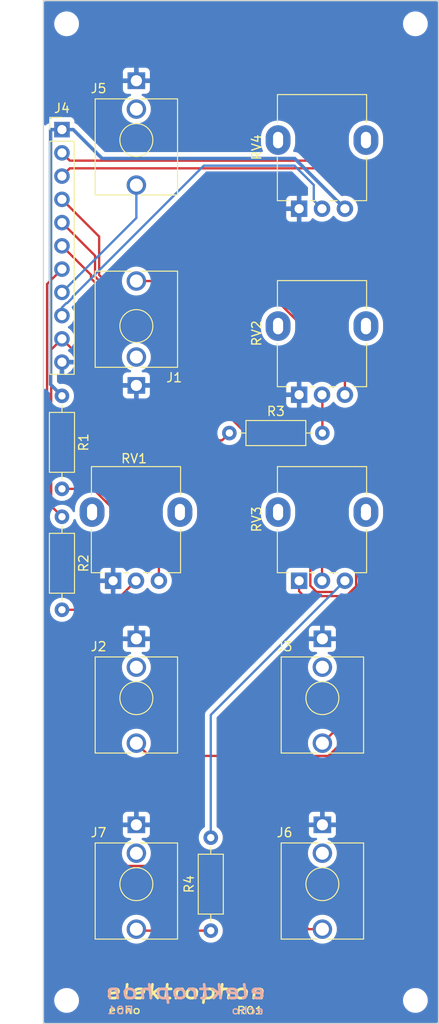
<source format=kicad_pcb>
(kicad_pcb (version 20221018) (generator pcbnew)
  (title_block (title "Noise") (date "2019-10-20") (rev "01") (comment 1 "Original design by Yves Usson") (comment 2 "PCB for main circuit") (comment 4 "License CC BY 4.0 - Attribution 4.0 International"))
  (layers (0 "F.Cu" signal) (31 "B.Cu" signal) (34 "B.Paste" user) (35 "F.Paste" user) (36 "B.SilkS" user "B.Silkscreen") (37 "F.SilkS" user "F.Silkscreen") (38 "B.Mask" user) (39 "F.Mask" user) (44 "Edge.Cuts" user))
  (net 0 "")
  (net 1 "GND")
  (net 2 "+15V")
  (net 3 "Net-(R1-Pad2)")
  (net 4 "Net-(J1-PadT)")
  (net 5 "/CV")
  (net 6 "/IN1")
  (net 7 "/IN2")
  (net 8 "/RECIRC_ATTEN")
  (net 9 "/RECIRC_CV")
  (net 10 "/MIXED_OUT")
  (net 11 "/MIX_3")
  (net 12 "/MIX_2")
  (net 13 "/MIX_1")
  (net 14 "Net-(J7-PadT)")
  (net 15 "Net-(R2-Pad2)")
  (net 16 "Net-(R3-Pad2)")
  (footprint "Resistor_THT:R_Axial_DIN0207_L6.3mm_D2.5mm_P10.16mm_Horizontal" (layer "F.Cu") (at 52.832 93.98 -90)
    (fp_text reference "R1" (at 5.08 -2.37 90) (layer "F.SilkS"))
    (fp_text value "360")
    (fp_line (start 1.04 0) (end 1.81 0) (stroke (width 0.12)) (layer "F.SilkS"))
    (fp_line (start 1.81 -1.37) (end 1.81 1.37) (stroke (width 0.12)) (layer "F.SilkS"))
    (fp_line (start 1.81 1.37) (end 8.35 1.37) (stroke (width 0.12)) (layer "F.SilkS"))
    (fp_line (start 8.35 -1.37) (end 1.81 -1.37) (stroke (width 0.12)) (layer "F.SilkS"))
    (fp_line (start 8.35 1.37) (end 8.35 -1.37) (stroke (width 0.12)) (layer "F.SilkS"))
    (fp_line (start 9.12 0) (end 8.35 0) (stroke (width 0.12)) (layer "F.SilkS"))
    (pad "1" thru_hole circle (at 0 0 270) (size 1.6 1.6) (drill 0.8) (layers "*.Cu" "*.Mask") (net 2 "+15V"))
    (pad "2" thru_hole oval (at 10.16 0 270) (size 1.6 1.6) (drill 0.8) (layers "*.Cu" "*.Mask") (net 3 "Net-(R1-Pad2)"))
  )
  (footprint "Resistor_THT:R_Axial_DIN0207_L6.3mm_D2.5mm_P10.16mm_Horizontal" (layer "F.Cu") (at 52.832 107.188 -90)
    (fp_text reference "R2" (at 5.08 -2.37 90) (layer "F.SilkS"))
    (fp_text value "300k")
    (fp_line (start 1.04 0) (end 1.81 0) (stroke (width 0.12)) (layer "F.SilkS"))
    (fp_line (start 1.81 -1.37) (end 1.81 1.37) (stroke (width 0.12)) (layer "F.SilkS"))
    (fp_line (start 1.81 1.37) (end 8.35 1.37) (stroke (width 0.12)) (layer "F.SilkS"))
    (fp_line (start 8.35 -1.37) (end 1.81 -1.37) (stroke (width 0.12)) (layer "F.SilkS"))
    (fp_line (start 8.35 1.37) (end 8.35 -1.37) (stroke (width 0.12)) (layer "F.SilkS"))
    (fp_line (start 9.12 0) (end 8.35 0) (stroke (width 0.12)) (layer "F.SilkS"))
    (pad "1" thru_hole circle (at 0 0 270) (size 1.6 1.6) (drill 0.8) (layers "*.Cu" "*.Mask") (net 5 "/CV"))
    (pad "2" thru_hole oval (at 10.16 0 270) (size 1.6 1.6) (drill 0.8) (layers "*.Cu" "*.Mask") (net 15 "Net-(R2-Pad2)"))
  )
  (footprint "Resistor_THT:R_Axial_DIN0207_L6.3mm_D2.5mm_P10.16mm_Horizontal" (layer "F.Cu") (at 71.12 98.044)
    (fp_text reference "R3" (at 5.08 -2.37) (layer "F.SilkS"))
    (fp_text value "100k")
    (fp_line (start 1.04 0) (end 1.81 0) (stroke (width 0.12)) (layer "F.SilkS"))
    (fp_line (start 1.81 -1.37) (end 1.81 1.37) (stroke (width 0.12)) (layer "F.SilkS"))
    (fp_line (start 1.81 1.37) (end 8.35 1.37) (stroke (width 0.12)) (layer "F.SilkS"))
    (fp_line (start 8.35 -1.37) (end 1.81 -1.37) (stroke (width 0.12)) (layer "F.SilkS"))
    (fp_line (start 8.35 1.37) (end 8.35 -1.37) (stroke (width 0.12)) (layer "F.SilkS"))
    (fp_line (start 9.12 0) (end 8.35 0) (stroke (width 0.12)) (layer "F.SilkS"))
    (pad "1" thru_hole circle (at 0 0) (size 1.6 1.6) (drill 0.8) (layers "*.Cu" "*.Mask") (net 5 "/CV"))
    (pad "2" thru_hole oval (at 10.16 0) (size 1.6 1.6) (drill 0.8) (layers "*.Cu" "*.Mask") (net 16 "Net-(R3-Pad2)"))
  )
  (footprint "elektrophon:Potentiometer_Alpha_RD901F-40-00D_Single_Vertical" (layer "F.Cu") (at 60.96 106.68 90)
    (fp_text reference "RV1" (at 5.842 -0.254) (layer "F.SilkS"))
    (fp_text value "100k")
    (fp_line (start -6.62 -4.92) (end -1.9 -4.92) (stroke (width 0.12)) (layer "F.SilkS"))
    (fp_line (start -6.62 -3.73) (end -6.62 -4.91) (stroke (width 0.12)) (layer "F.SilkS"))
    (fp_line (start -6.62 -0.83) (end -6.62 -1.36) (stroke (width 0.12)) (layer "F.SilkS"))
    (fp_line (start -6.62 1.62) (end -6.62 0.79) (stroke (width 0.12)) (layer "F.SilkS"))
    (fp_line (start -6.62 4.83) (end -6.62 3.34) (stroke (width 0.12)) (layer "F.SilkS"))
    (fp_line (start -6.62 4.83) (end -1.9 4.83) (stroke (width 0.12)) (layer "F.SilkS"))
    (fp_line (start 1.91 -4.91) (end 4.97 -4.91) (stroke (width 0.12)) (layer "F.SilkS"))
    (fp_line (start 1.91 4.83) (end 4.97 4.83) (stroke (width 0.12)) (layer "F.SilkS"))
    (fp_line (start 4.97 4.83) (end 4.97 -4.91) (stroke (width 0.12)) (layer "F.SilkS"))
    (pad "" thru_hole oval (at 0 -4.84 180) (size 2.72 3.24) (drill oval 1.1 1.8) (layers "*.Cu" "*.Mask"))
    (pad "" thru_hole oval (at 0 4.76 180) (size 2.72 3.24) (drill oval 1.1 1.8) (layers "*.Cu" "*.Mask"))
    (pad "1" thru_hole rect (at -7.5 -2.54 180) (size 1.8 1.8) (drill 1) (layers "*.Cu" "*.Mask") (net 1 "GND"))
    (pad "2" thru_hole circle (at -7.5 -0.04 180) (size 1.8 1.8) (drill 1) (layers "*.Cu" "*.Mask") (net 15 "Net-(R2-Pad2)"))
    (pad "3" thru_hole circle (at -7.5 2.46 180) (size 1.8 1.8) (drill 1) (layers "*.Cu" "*.Mask") (net 3 "Net-(R1-Pad2)"))
  )
  (footprint "elektrophon:Potentiometer_Alpha_RD901F-40-00D_Single_Vertical" (layer "F.Cu") (at 81.28 86.36 90)
    (fp_text reference "RV2" (at -0.79 -7.18 270) (layer "F.SilkS"))
    (fp_text value "10k")
    (fp_line (start -6.62 -4.92) (end -1.9 -4.92) (stroke (width 0.12)) (layer "F.SilkS"))
    (fp_line (start -6.62 -3.73) (end -6.62 -4.91) (stroke (width 0.12)) (layer "F.SilkS"))
    (fp_line (start -6.62 -0.83) (end -6.62 -1.36) (stroke (width 0.12)) (layer "F.SilkS"))
    (fp_line (start -6.62 1.62) (end -6.62 0.79) (stroke (width 0.12)) (layer "F.SilkS"))
    (fp_line (start -6.62 4.83) (end -6.62 3.34) (stroke (width 0.12)) (layer "F.SilkS"))
    (fp_line (start -6.62 4.83) (end -1.9 4.83) (stroke (width 0.12)) (layer "F.SilkS"))
    (fp_line (start 1.91 -4.91) (end 4.97 -4.91) (stroke (width 0.12)) (layer "F.SilkS"))
    (fp_line (start 1.91 4.83) (end 4.97 4.83) (stroke (width 0.12)) (layer "F.SilkS"))
    (fp_line (start 4.97 4.83) (end 4.97 -4.91) (stroke (width 0.12)) (layer "F.SilkS"))
    (pad "" thru_hole oval (at 0 -4.84 180) (size 2.72 3.24) (drill oval 1.1 1.8) (layers "*.Cu" "*.Mask"))
    (pad "" thru_hole oval (at 0 4.76 180) (size 2.72 3.24) (drill oval 1.1 1.8) (layers "*.Cu" "*.Mask"))
    (pad "1" thru_hole rect (at -7.5 -2.54 180) (size 1.8 1.8) (drill 1) (layers "*.Cu" "*.Mask") (net 1 "GND"))
    (pad "2" thru_hole circle (at -7.5 -0.04 180) (size 1.8 1.8) (drill 1) (layers "*.Cu" "*.Mask") (net 16 "Net-(R3-Pad2)"))
    (pad "3" thru_hole circle (at -7.5 2.46 180) (size 1.8 1.8) (drill 1) (layers "*.Cu" "*.Mask") (net 4 "Net-(J1-PadT)"))
  )
  (footprint "elektrophon:Potentiometer_Alpha_RD901F-40-00D_Single_Vertical" (layer "F.Cu") (at 81.28 106.68 90)
    (fp_text reference "RV3" (at -0.79 -7.18 270) (layer "F.SilkS"))
    (fp_text value "10k LIN")
    (fp_line (start -6.62 -4.92) (end -1.9 -4.92) (stroke (width 0.12)) (layer "F.SilkS"))
    (fp_line (start -6.62 -3.73) (end -6.62 -4.91) (stroke (width 0.12)) (layer "F.SilkS"))
    (fp_line (start -6.62 -0.83) (end -6.62 -1.36) (stroke (width 0.12)) (layer "F.SilkS"))
    (fp_line (start -6.62 1.62) (end -6.62 0.79) (stroke (width 0.12)) (layer "F.SilkS"))
    (fp_line (start -6.62 4.83) (end -6.62 3.34) (stroke (width 0.12)) (layer "F.SilkS"))
    (fp_line (start -6.62 4.83) (end -1.9 4.83) (stroke (width 0.12)) (layer "F.SilkS"))
    (fp_line (start 1.91 -4.91) (end 4.97 -4.91) (stroke (width 0.12)) (layer "F.SilkS"))
    (fp_line (start 1.91 4.83) (end 4.97 4.83) (stroke (width 0.12)) (layer "F.SilkS"))
    (fp_line (start 4.97 4.83) (end 4.97 -4.91) (stroke (width 0.12)) (layer "F.SilkS"))
    (pad "" thru_hole oval (at 0 -4.84 180) (size 2.72 3.24) (drill oval 1.1 1.8) (layers "*.Cu" "*.Mask"))
    (pad "" thru_hole oval (at 0 4.76 180) (size 2.72 3.24) (drill oval 1.1 1.8) (layers "*.Cu" "*.Mask"))
    (pad "1" thru_hole rect (at -7.5 -2.54 180) (size 1.8 1.8) (drill 1) (layers "*.Cu" "*.Mask") (net 13 "/MIX_1"))
    (pad "2" thru_hole circle (at -7.5 -0.04 180) (size 1.8 1.8) (drill 1) (layers "*.Cu" "*.Mask") (net 12 "/MIX_2"))
    (pad "3" thru_hole circle (at -7.5 2.46 180) (size 1.8 1.8) (drill 1) (layers "*.Cu" "*.Mask") (net 11 "/MIX_3"))
  )
  (footprint "elektrophon:Potentiometer_Alpha_RD901F-40-00D_Single_Vertical" (layer "F.Cu") (at 81.28 66.04 90)
    (fp_text reference "RV4" (at -0.79 -7.18 270) (layer "F.SilkS"))
    (fp_text value "10k")
    (fp_line (start -6.62 -4.92) (end -1.9 -4.92) (stroke (width 0.12)) (layer "F.SilkS"))
    (fp_line (start -6.62 -3.73) (end -6.62 -4.91) (stroke (width 0.12)) (layer "F.SilkS"))
    (fp_line (start -6.62 -0.83) (end -6.62 -1.36) (stroke (width 0.12)) (layer "F.SilkS"))
    (fp_line (start -6.62 1.62) (end -6.62 0.79) (stroke (width 0.12)) (layer "F.SilkS"))
    (fp_line (start -6.62 4.83) (end -6.62 3.34) (stroke (width 0.12)) (layer "F.SilkS"))
    (fp_line (start -6.62 4.83) (end -1.9 4.83) (stroke (width 0.12)) (layer "F.SilkS"))
    (fp_line (start 1.91 -4.91) (end 4.97 -4.91) (stroke (width 0.12)) (layer "F.SilkS"))
    (fp_line (start 1.91 4.83) (end 4.97 4.83) (stroke (width 0.12)) (layer "F.SilkS"))
    (fp_line (start 4.97 4.83) (end 4.97 -4.91) (stroke (width 0.12)) (layer "F.SilkS"))
    (pad "" thru_hole oval (at 0 -4.84 180) (size 2.72 3.24) (drill oval 1.1 1.8) (layers "*.Cu" "*.Mask"))
    (pad "" thru_hole oval (at 0 4.76 180) (size 2.72 3.24) (drill oval 1.1 1.8) (layers "*.Cu" "*.Mask"))
    (pad "1" thru_hole rect (at -7.5 -2.54 180) (size 1.8 1.8) (drill 1) (layers "*.Cu" "*.Mask") (net 1 "GND"))
    (pad "2" thru_hole circle (at -7.5 -0.04 180) (size 1.8 1.8) (drill 1) (layers "*.Cu" "*.Mask") (net 8 "/RECIRC_ATTEN"))
    (pad "3" thru_hole circle (at -7.5 2.46 180) (size 1.8 1.8) (drill 1) (layers "*.Cu" "*.Mask") (net 2 "+15V"))
  )
  (footprint "elektrophon:Jack_3.5mm_WQP-PJ398SM_Vertical" (layer "F.Cu") (at 60.96 127)
    (fp_text reference "J2" (at -4.13 -5.63) (layer "F.SilkS"))
    (fp_text value "IN")
    (fp_line (start -4.5 -4.5) (end -4.5 6) (stroke (width 0.12)) (layer "F.SilkS"))
    (fp_line (start -0.5 6) (end -4.5 6) (stroke (width 0.12)) (layer "F.SilkS"))
    (fp_line (start -0.4 -4.5) (end -4.5 -4.5) (stroke (width 0.12)) (layer "F.SilkS"))
    (fp_line (start 4.5 -4.5) (end 0.4 -4.5) (stroke (width 0.12)) (layer "F.SilkS"))
    (fp_line (start 4.5 -4.5) (end 4.5 6) (stroke (width 0.12)) (layer "F.SilkS"))
    (fp_line (start 4.5 6) (end 0.5 6) (stroke (width 0.12)) (layer "F.SilkS"))
    (fp_circle (center 0 0) (end 1.8 0) (stroke (width 0.12)) (fill none) (layer "F.SilkS"))
    (pad "S" thru_hole rect (at 0 -6.48 180) (size 1.93 1.83) (drill 1.22) (layers "*.Cu" "*.Mask") (net 1 "GND"))
    (pad "T" thru_hole circle (at 0 4.92 180) (size 2.13 2.13) (drill 1.43) (layers "*.Cu" "*.Mask") (net 6 "/IN1"))
    (pad "TN" thru_hole circle (at 0 -3.38 180) (size 2.13 2.13) (drill 1.42) (layers "*.Cu" "*.Mask"))
  )
  (footprint "elektrophon:Jack_3.5mm_WQP-PJ398SM_Vertical" (layer "F.Cu") (at 81.28 127)
    (fp_text reference "J3" (at -4.13 -5.63) (layer "F.SilkS"))
    (fp_text value "IN")
    (fp_line (start -4.5 -4.5) (end -4.5 6) (stroke (width 0.12)) (layer "F.SilkS"))
    (fp_line (start -0.5 6) (end -4.5 6) (stroke (width 0.12)) (layer "F.SilkS"))
    (fp_line (start -0.4 -4.5) (end -4.5 -4.5) (stroke (width 0.12)) (layer "F.SilkS"))
    (fp_line (start 4.5 -4.5) (end 0.4 -4.5) (stroke (width 0.12)) (layer "F.SilkS"))
    (fp_line (start 4.5 -4.5) (end 4.5 6) (stroke (width 0.12)) (layer "F.SilkS"))
    (fp_line (start 4.5 6) (end 0.5 6) (stroke (width 0.12)) (layer "F.SilkS"))
    (fp_circle (center 0 0) (end 1.8 0) (stroke (width 0.12)) (fill none) (layer "F.SilkS"))
    (pad "S" thru_hole rect (at 0 -6.48 180) (size 1.93 1.83) (drill 1.22) (layers "*.Cu" "*.Mask") (net 1 "GND"))
    (pad "T" thru_hole circle (at 0 4.92 180) (size 2.13 2.13) (drill 1.43) (layers "*.Cu" "*.Mask") (net 7 "/IN2"))
    (pad "TN" thru_hole circle (at 0 -3.38 180) (size 2.13 2.13) (drill 1.42) (layers "*.Cu" "*.Mask"))
  )
  (footprint "elektrophon:Jack_3.5mm_WQP-PJ398SM_Vertical" (layer "F.Cu") (at 60.96 86.36 180)
    (fp_text reference "J1" (at -4.13 -5.63 180) (layer "F.SilkS"))
    (fp_text value "CV")
    (fp_line (start -4.5 -4.5) (end -4.5 6) (stroke (width 0.12)) (layer "F.SilkS"))
    (fp_line (start -0.5 6) (end -4.5 6) (stroke (width 0.12)) (layer "F.SilkS"))
    (fp_line (start -0.4 -4.5) (end -4.5 -4.5) (stroke (width 0.12)) (layer "F.SilkS"))
    (fp_line (start 4.5 -4.5) (end 0.4 -4.5) (stroke (width 0.12)) (layer "F.SilkS"))
    (fp_line (start 4.5 -4.5) (end 4.5 6) (stroke (width 0.12)) (layer "F.SilkS"))
    (fp_line (start 4.5 6) (end 0.5 6) (stroke (width 0.12)) (layer "F.SilkS"))
    (fp_circle (center 0 0) (end 1.8 0) (stroke (width 0.12)) (fill none) (layer "F.SilkS"))
    (pad "S" thru_hole rect (at 0 -6.48) (size 1.93 1.83) (drill 1.22) (layers "*.Cu" "*.Mask") (net 1 "GND"))
    (pad "T" thru_hole circle (at 0 4.92) (size 2.13 2.13) (drill 1.43) (layers "*.Cu" "*.Mask") (net 4 "Net-(J1-PadT)"))
    (pad "TN" thru_hole circle (at 0 -3.38) (size 2.13 2.13) (drill 1.42) (layers "*.Cu" "*.Mask"))
  )
  (footprint "elektrophon:Jack_3.5mm_WQP-PJ398SM_Vertical" (layer "F.Cu") (at 60.96 66.04)
    (fp_text reference "J5" (at -4.13 -5.63) (layer "F.SilkS"))
    (fp_text value "RECIRC")
    (fp_line (start -4.5 -4.5) (end -4.5 6) (stroke (width 0.12)) (layer "F.SilkS"))
    (fp_line (start -0.5 6) (end -4.5 6) (stroke (width 0.12)) (layer "F.SilkS"))
    (fp_line (start -0.4 -4.5) (end -4.5 -4.5) (stroke (width 0.12)) (layer "F.SilkS"))
    (fp_line (start 4.5 -4.5) (end 0.4 -4.5) (stroke (width 0.12)) (layer "F.SilkS"))
    (fp_line (start 4.5 -4.5) (end 4.5 6) (stroke (width 0.12)) (layer "F.SilkS"))
    (fp_line (start 4.5 6) (end 0.5 6) (stroke (width 0.12)) (layer "F.SilkS"))
    (fp_circle (center 0 0) (end 1.8 0) (stroke (width 0.12)) (fill none) (layer "F.SilkS"))
    (pad "S" thru_hole rect (at 0 -6.48 180) (size 1.93 1.83) (drill 1.22) (layers "*.Cu" "*.Mask") (net 1 "GND"))
    (pad "T" thru_hole circle (at 0 4.92 180) (size 2.13 2.13) (drill 1.43) (layers "*.Cu" "*.Mask") (net 9 "/RECIRC_CV"))
    (pad "TN" thru_hole circle (at 0 -3.38 180) (size 2.13 2.13) (drill 1.42) (layers "*.Cu" "*.Mask"))
  )
  (footprint "elektrophon:Jack_3.5mm_WQP-PJ398SM_Vertical" (layer "F.Cu") (at 81.28 147.32)
    (fp_text reference "J6" (at -4.13 -5.63) (layer "F.SilkS"))
    (fp_text value "Mixed OUT")
    (fp_line (start -4.5 -4.5) (end -4.5 6) (stroke (width 0.12)) (layer "F.SilkS"))
    (fp_line (start -0.5 6) (end -4.5 6) (stroke (width 0.12)) (layer "F.SilkS"))
    (fp_line (start -0.4 -4.5) (end -4.5 -4.5) (stroke (width 0.12)) (layer "F.SilkS"))
    (fp_line (start 4.5 -4.5) (end 0.4 -4.5) (stroke (width 0.12)) (layer "F.SilkS"))
    (fp_line (start 4.5 -4.5) (end 4.5 6) (stroke (width 0.12)) (layer "F.SilkS"))
    (fp_line (start 4.5 6) (end 0.5 6) (stroke (width 0.12)) (layer "F.SilkS"))
    (fp_circle (center 0 0) (end 1.8 0) (stroke (width 0.12)) (fill none) (layer "F.SilkS"))
    (pad "S" thru_hole rect (at 0 -6.48 180) (size 1.93 1.83) (drill 1.22) (layers "*.Cu" "*.Mask") (net 1 "GND"))
    (pad "T" thru_hole circle (at 0 4.92 180) (size 2.13 2.13) (drill 1.43) (layers "*.Cu" "*.Mask") (net 10 "/MIXED_OUT"))
    (pad "TN" thru_hole circle (at 0 -3.38 180) (size 2.13 2.13) (drill 1.42) (layers "*.Cu" "*.Mask"))
  )
  (footprint "elektrophon:Jack_3.5mm_WQP-PJ398SM_Vertical" (layer "F.Cu") (at 60.96 147.32)
    (fp_text reference "J7" (at -4.13 -5.63) (layer "F.SilkS"))
    (fp_text value "delayed OUT")
    (fp_line (start -4.5 -4.5) (end -4.5 6) (stroke (width 0.12)) (layer "F.SilkS"))
    (fp_line (start -0.5 6) (end -4.5 6) (stroke (width 0.12)) (layer "F.SilkS"))
    (fp_line (start -0.4 -4.5) (end -4.5 -4.5) (stroke (width 0.12)) (layer "F.SilkS"))
    (fp_line (start 4.5 -4.5) (end 0.4 -4.5) (stroke (width 0.12)) (layer "F.SilkS"))
    (fp_line (start 4.5 -4.5) (end 4.5 6) (stroke (width 0.12)) (layer "F.SilkS"))
    (fp_line (start 4.5 6) (end 0.5 6) (stroke (width 0.12)) (layer "F.SilkS"))
    (fp_circle (center 0 0) (end 1.8 0) (stroke (width 0.12)) (fill none) (layer "F.SilkS"))
    (pad "S" thru_hole rect (at 0 -6.48 180) (size 1.93 1.83) (drill 1.22) (layers "*.Cu" "*.Mask") (net 1 "GND"))
    (pad "T" thru_hole circle (at 0 4.92 180) (size 2.13 2.13) (drill 1.43) (layers "*.Cu" "*.Mask") (net 14 "Net-(J7-PadT)"))
    (pad "TN" thru_hole circle (at 0 -3.38 180) (size 2.13 2.13) (drill 1.42) (layers "*.Cu" "*.Mask"))
  )
  (footprint "MountingHole:MountingHole_2.2mm_M2" (layer "F.Cu") (at 53.34 53.34)
    (fp_text reference "H1" hide)
    (fp_text value "MountingHole" hide)
    (pad "" np_thru_hole circle (at 0 0) (size 2.2 2.2) (drill 2.2) (layers "*.Cu" "*.Mask"))
  )
  (footprint "MountingHole:MountingHole_2.2mm_M2" (layer "F.Cu") (at 91.44 53.34)
    (fp_text reference "H2" hide)
    (fp_text value "MountingHole" hide)
    (pad "" np_thru_hole circle (at 0 0) (size 2.2 2.2) (drill 2.2) (layers "*.Cu" "*.Mask"))
  )
  (footprint "MountingHole:MountingHole_2.2mm_M2" (layer "F.Cu") (at 91.44 160.02)
    (fp_text reference "H3" hide)
    (fp_text value "MountingHole" hide)
    (pad "" np_thru_hole circle (at 0 0) (size 2.2 2.2) (drill 2.2) (layers "*.Cu" "*.Mask"))
  )
  (footprint "MountingHole:MountingHole_2.2mm_M2" (layer "F.Cu") (at 53.34 160.02)
    (fp_text reference "H4" hide)
    (fp_text value "MountingHole" hide)
    (pad "" np_thru_hole circle (at 0 0) (size 2.2 2.2) (drill 2.2) (layers "*.Cu" "*.Mask"))
  )
  (footprint "Connector_PinHeader_2.54mm:PinHeader_1x11_P2.54mm_Vertical" (layer "F.Cu") (at 52.832 64.897)
    (fp_text reference "J4" (at 0 -2.33) (layer "F.SilkS"))
    (fp_text value "Conn_01x11_Male")
    (fp_line (start -1.33 -1.33) (end 0 -1.33) (stroke (width 0.12)) (layer "F.SilkS"))
    (fp_line (start -1.33 0) (end -1.33 -1.33) (stroke (width 0.12)) (layer "F.SilkS"))
    (fp_line (start -1.33 1.27) (end -1.33 26.73) (stroke (width 0.12)) (layer "F.SilkS"))
    (fp_line (start -1.33 1.27) (end 1.33 1.27) (stroke (width 0.12)) (layer "F.SilkS"))
    (fp_line (start -1.33 26.73) (end 1.33 26.73) (stroke (width 0.12)) (layer "F.SilkS"))
    (fp_line (start 1.33 1.27) (end 1.33 26.73) (stroke (width 0.12)) (layer "F.SilkS"))
    (pad "1" thru_hole rect (at 0 0) (size 1.7 1.7) (drill 1) (layers "*.Cu" "*.Mask") (net 2 "+15V"))
    (pad "2" thru_hole oval (at 0 2.54) (size 1.7 1.7) (drill 1) (layers "*.Cu" "*.Mask") (net 6 "/IN1"))
    (pad "3" thru_hole oval (at 0 5.08) (size 1.7 1.7) (drill 1) (layers "*.Cu" "*.Mask") (net 7 "/IN2"))
    (pad "4" thru_hole oval (at 0 7.62) (size 1.7 1.7) (drill 1) (layers "*.Cu" "*.Mask") (net 13 "/MIX_1"))
    (pad "5" thru_hole oval (at 0 10.16) (size 1.7 1.7) (drill 1) (layers "*.Cu" "*.Mask") (net 12 "/MIX_2"))
    (pad "6" thru_hole oval (at 0 12.7) (size 1.7 1.7) (drill 1) (layers "*.Cu" "*.Mask") (net 11 "/MIX_3"))
    (pad "7" thru_hole oval (at 0 15.24) (size 1.7 1.7) (drill 1) (layers "*.Cu" "*.Mask") (net 10 "/MIXED_OUT"))
    (pad "8" thru_hole oval (at 0 17.78) (size 1.7 1.7) (drill 1) (layers "*.Cu" "*.Mask") (net 9 "/RECIRC_CV"))
    (pad "9" thru_hole oval (at 0 20.32) (size 1.7 1.7) (drill 1) (layers "*.Cu" "*.Mask") (net 8 "/RECIRC_ATTEN"))
    (pad "10" thru_hole oval (at 0 22.86) (size 1.7 1.7) (drill 1) (layers "*.Cu" "*.Mask") (net 5 "/CV"))
    (pad "11" thru_hole oval (at 0 25.4) (size 1.7 1.7) (drill 1) (layers "*.Cu" "*.Mask") (net 1 "GND"))
  )
  (footprint "Resistor_THT:R_Axial_DIN0207_L6.3mm_D2.5mm_P10.16mm_Horizontal" (layer "F.Cu") (at 69.088 152.4 90)
    (fp_text reference "R4" (at 5.08 -2.37 90) (layer "F.SilkS"))
    (fp_text value "1k")
    (fp_line (start 1.04 0) (end 1.81 0) (stroke (width 0.12)) (layer "F.SilkS"))
    (fp_line (start 1.81 -1.37) (end 1.81 1.37) (stroke (width 0.12)) (layer "F.SilkS"))
    (fp_line (start 1.81 1.37) (end 8.35 1.37) (stroke (width 0.12)) (layer "F.SilkS"))
    (fp_line (start 8.35 -1.37) (end 1.81 -1.37) (stroke (width 0.12)) (layer "F.SilkS"))
    (fp_line (start 8.35 1.37) (end 8.35 -1.37) (stroke (width 0.12)) (layer "F.SilkS"))
    (fp_line (start 9.12 0) (end 8.35 0) (stroke (width 0.12)) (layer "F.SilkS"))
    (pad "1" thru_hole circle (at 0 0 90) (size 1.6 1.6) (drill 0.8) (layers "*.Cu" "*.Mask") (net 14 "Net-(J7-PadT)"))
    (pad "2" thru_hole oval (at 10.16 0 90) (size 1.6 1.6) (drill 0.8) (layers "*.Cu" "*.Mask") (net 11 "/MIX_3"))
  )
  (footprint "elektrophon:elektrophon logo" (layer "F.Cu") (at 66.35 160.1)
    (fp_text reference "REF**" hide)
    (fp_text value "elektrophon logo" hide)
    (fp_text user "elektrophon" (at 0 -1.016) (layer "B.SilkS") (effects (font (size 1.5 2) (thickness 0.3) italic) (justify mirror)))
    (fp_text user "echo" (at 8.62 1.02) (layer "B.SilkS") (effects (font (size 0.8 1)) (justify left mirror)))
    (fp_text user "R01" (at -8.68 0.99) (layer "B.SilkS") (effects (font (size 0.8 1)) (justify right mirror)))
    (fp_text user "elektrophon" (at 0 -1.016) (layer "F.SilkS") (effects (font (size 1.5 2) (thickness 0.3) italic)))
    (fp_text user "echo" (at -8.54 0.99) (layer "F.SilkS") (effects (font (size 0.8 1)) (justify left)))
    (fp_text user "R01" (at 8.58 1.02) (layer "F.SilkS") (effects (font (size 0.8 1)) (justify right)))
  )
  (gr_line (start 50.8 162.56) (end 50.8 50.8) (stroke (width 0.12)) (layer "Edge.Cuts"))
  (gr_line (start 93.98 162.56) (end 50.8 162.56) (stroke (width 0.12)) (layer "Edge.Cuts"))
  (gr_line (start 50.8 50.8) (end 93.98 50.8) (stroke (width 0.12)) (layer "Edge.Cuts"))
  (gr_line (start 93.98 50.8) (end 93.98 162.56) (stroke (width 0.12)) (layer "Edge.Cuts"))
  (segment (start 57.21651 68.05051) (end 78.25051 68.05051) (width 0.381) (layer "B.Cu") (net 2))
  (segment (start 78.25051 68.05051) (end 83.74 73.54) (width 0.381) (layer "B.Cu") (net 2))
  (segment (start 51.591499 64.906501) (end 51.591499 92.739499) (width 0.381) (layer "B.Cu") (net 2))
  (segment (start 51.591499 92.739499) (end 52.832 93.98) (width 0.381) (layer "B.Cu") (net 2))
  (segment (start 52.832 64.897) (end 54.063 64.897) (width 0.381) (layer "B.Cu") (net 2))
  (segment (start 54.063 64.897) (end 57.21651 68.05051) (width 0.381) (layer "B.Cu") (net 2))
  (segment (start 52.832 64.897) (end 51.601 64.897) (width 0.381) (layer "B.Cu") (net 2))
  (segment (start 51.601 64.897) (end 51.591499 64.906501) (width 0.381) (layer "B.Cu") (net 2))
  (segment (start 56.222963 104.14) (end 63.42 111.337037) (width 0.25) (layer "F.Cu") (net 3))
  (segment (start 63.42 111.337037) (end 63.42 114.18) (width 0.25) (layer "F.Cu") (net 3))
  (segment (start 52.832 104.14) (end 56.222963 104.14) (width 0.25) (layer "F.Cu") (net 3))
  (segment (start 60.96 81.44) (end 74.162963 81.44) (width 0.25) (layer "F.Cu") (net 4))
  (segment (start 74.162963 81.44) (end 83.74 91.017037) (width 0.25) (layer "F.Cu") (net 4))
  (segment (start 83.74 91.017037) (end 83.74 93.86) (width 0.25) (layer "F.Cu") (net 4))
  (segment (start 51.656999 106.012999) (end 52.832 107.188) (width 0.25) (layer "F.Cu") (net 5))
  (segment (start 70.320001 98.843999) (end 63.918999 98.843999) (width 0.25) (layer "F.Cu") (net 5))
  (segment (start 51.656999 106.012999) (end 51.656999 88.932001) (width 0.25) (layer "F.Cu") (net 5))
  (segment (start 63.918999 98.843999) (end 52.832 87.757) (width 0.25) (layer "F.Cu") (net 5))
  (segment (start 51.656999 88.932001) (end 52.832 87.757) (width 0.25) (layer "F.Cu") (net 5))
  (segment (start 71.12 98.044) (end 70.320001 98.843999) (width 0.25) (layer "F.Cu") (net 5))
  (segment (start 93.472 78.103589) (end 93.472 121.785202) (width 0.25) (layer "F.Cu") (net 6))
  (segment (start 81.947201 133.310001) (end 62.350001 133.310001) (width 0.25) (layer "F.Cu") (net 6))
  (segment (start 53.681999 68.286999) (end 83.65541 68.286999) (width 0.25) (layer "F.Cu") (net 6))
  (segment (start 83.65541 68.286999) (end 93.472 78.103589) (width 0.25) (layer "F.Cu") (net 6))
  (segment (start 93.472 121.785202) (end 81.947201 133.310001) (width 0.25) (layer "F.Cu") (net 6))
  (segment (start 62.350001 133.310001) (end 60.96 131.92) (width 0.25) (layer "F.Cu") (net 6))
  (segment (start 52.832 67.437) (end 53.681999 68.286999) (width 0.25) (layer "F.Cu") (net 6))
  (segment (start 92.964 78.232) (end 83.859001 69.127001) (width 0.25) (layer "F.Cu") (net 7))
  (segment (start 81.28 131.92) (end 92.964 120.236) (width 0.25) (layer "F.Cu") (net 7))
  (segment (start 92.964 120.236) (end 92.964 78.232) (width 0.25) (layer "F.Cu") (net 7))
  (segment (start 83.859001 69.127001) (end 53.681999 69.127001) (width 0.25) (layer "F.Cu") (net 7))
  (segment (start 53.681999 69.127001) (end 52.832 69.977) (width 0.25) (layer "F.Cu") (net 7))
  (segment (start 53.307999 83.852001) (end 53.396001 83.852001) (width 0.25) (layer "B.Cu") (net 8))
  (segment (start 80.340001 72.640001) (end 81.24 73.54) (width 0.25) (layer "B.Cu") (net 8))
  (segment (start 68.326 68.834) (end 78.232 68.834) (width 0.25) (layer "B.Cu") (net 8))
  (segment (start 54.007001 83.241001) (end 54.007001 83.152999) (width 0.25) (layer "B.Cu") (net 8))
  (segment (start 78.232 68.834) (end 80.340001 70.942001) (width 0.25) (layer "B.Cu") (net 8))
  (segment (start 80.340001 70.942001) (end 80.340001 72.640001) (width 0.25) (layer "B.Cu") (net 8))
  (segment (start 52.832 85.217) (end 52.832 84.328) (width 0.25) (layer "B.Cu") (net 8))
  (segment (start 53.396001 83.852001) (end 54.007001 83.241001) (width 0.25) (layer "B.Cu") (net 8))
  (segment (start 52.832 84.328) (end 53.307999 83.852001) (width 0.25) (layer "B.Cu") (net 8))
  (segment (start 54.007001 83.152999) (end 68.326 68.834) (width 0.25) (layer "B.Cu") (net 8))
  (segment (start 52.832 82.677) (end 60.96 74.549) (width 0.25) (layer "B.Cu") (net 9))
  (segment (start 60.96 74.549) (end 60.96 70.96) (width 0.25) (layer "B.Cu") (net 9))
  (segment (start 59.986001 145.330001) (end 51.206988 136.550988) (width 0.25) (layer "F.Cu") (net 10))
  (segment (start 81.28 152.24) (end 79.773863 152.24) (width 0.25) (layer "F.Cu") (net 10))
  (segment (start 79.773863 152.24) (end 72.863864 145.330001) (width 0.25) (layer "F.Cu") (net 10))
  (segment (start 51.206988 81.762012) (end 52.832 80.137) (width 0.25) (layer "F.Cu") (net 10))
  (segment (start 51.206988 136.550988) (end 51.206988 81.762012) (width 0.25) (layer "F.Cu") (net 10))
  (segment (start 72.863864 145.330001) (end 59.986001 145.330001) (width 0.25) (layer "F.Cu") (net 10))
  (segment (start 79.965001 105.113822) (end 79.965001 114.718003) (width 0.25) (layer "F.Cu") (net 11))
  (segment (start 82.514999 115.405001) (end 83.74 114.18) (width 0.25) (layer "F.Cu") (net 11))
  (segment (start 52.832 77.597) (end 55.995978 80.760979) (width 0.25) (layer "F.Cu") (net 11))
  (segment (start 55.995978 80.760979) (end 55.995978 81.144799) (width 0.25) (layer "F.Cu") (net 11))
  (segment (start 79.965001 114.718003) (end 80.651999 115.405001) (width 0.25) (layer "F.Cu") (net 11))
  (segment (start 80.651999 115.405001) (end 82.514999 115.405001) (width 0.25) (layer "F.Cu") (net 11))
  (segment (start 55.995978 81.144799) (end 79.965001 105.113822) (width 0.25) (layer "F.Cu") (net 11))
  (segment (start 69.088 142.24) (end 69.088 128.832) (width 0.25) (layer "B.Cu") (net 11))
  (segment (start 69.088 128.832) (end 83.74 114.18) (width 0.25) (layer "B.Cu") (net 11))
  (segment (start 56.445989 78.670989) (end 52.832 75.057) (width 0.25) (layer "F.Cu") (net 12))
  (segment (start 81.24 114.18) (end 81.24 105.75241) (width 0.25) (layer "F.Cu") (net 12))
  (segment (start 81.24 105.75241) (end 56.445989 80.9584) (width 0.25) (layer "F.Cu") (net 12))
  (segment (start 56.445989 80.9584) (end 56.445989 78.670989) (width 0.25) (layer "F.Cu") (net 12))
  (segment (start 78.74 114.18) (end 78.74 115.33) (width 0.25) (layer "F.Cu") (net 13))
  (segment (start 56.896 80.772) (end 56.896 76.581) (width 0.25) (layer "F.Cu") (net 13))
  (segment (start 79.265012 115.855012) (end 83.87799 115.855012) (width 0.25) (layer "F.Cu") (net 13))
  (segment (start 56.896 76.581) (end 52.832 72.517) (width 0.25) (layer "F.Cu") (net 13))
  (segment (start 84.965001 114.768001) (end 84.965001 108.841001) (width 0.25) (layer "F.Cu") (net 13))
  (segment (start 84.965001 108.841001) (end 56.896 80.772) (width 0.25) (layer "F.Cu") (net 13))
  (segment (start 83.87799 115.855012) (end 84.965001 114.768001) (width 0.25) (layer "F.Cu") (net 13))
  (segment (start 78.74 115.33) (end 79.265012 115.855012) (width 0.25) (layer "F.Cu") (net 13))
  (segment (start 69.088 152.4) (end 61.12 152.4) (width 0.25) (layer "F.Cu") (net 14))
  (segment (start 61.12 152.4) (end 60.96 152.24) (width 0.25) (layer "F.Cu") (net 14))
  (segment (start 60.92 114.18) (end 57.752 117.348) (width 0.25) (layer "F.Cu") (net 15))
  (segment (start 57.752 117.348) (end 52.832 117.348) (width 0.25) (layer "F.Cu") (net 15))
  (segment (start 81.28 98.044) (end 81.28 93.9) (width 0.25) (layer "F.Cu") (net 16))
  (segment (start 81.28 93.9) (end 81.24 93.86) (width 0.25) (layer "F.Cu") (net 16))
  (zone (net 1) (net_name "GND") (layer "B.Cu") (connect_pads (clearance 0.508)) (min_thickness 0.254) (fill yes (thermal_gap 0.508) (thermal_bridge_width 0.508))
    (polygon (pts (xy 93.98 162.56) (xy 50.8 162.56) (xy 50.8 50.8) (xy 93.98 50.8)))
  )
)
</source>
